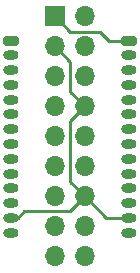
<source format=gbr>
%TF.GenerationSoftware,KiCad,Pcbnew,7.0.1*%
%TF.CreationDate,2023-04-02T13:10:04+09:00*%
%TF.ProjectId,joystick_gpio_input_1p_rasp_part,6a6f7973-7469-4636-9b5f-6770696f5f69,2*%
%TF.SameCoordinates,PX8841978PY69edb98*%
%TF.FileFunction,Copper,L2,Bot*%
%TF.FilePolarity,Positive*%
%FSLAX46Y46*%
G04 Gerber Fmt 4.6, Leading zero omitted, Abs format (unit mm)*
G04 Created by KiCad (PCBNEW 7.0.1) date 2023-04-02 13:10:04*
%MOMM*%
%LPD*%
G01*
G04 APERTURE LIST*
G04 Aperture macros list*
%AMRoundRect*
0 Rectangle with rounded corners*
0 $1 Rounding radius*
0 $2 $3 $4 $5 $6 $7 $8 $9 X,Y pos of 4 corners*
0 Add a 4 corners polygon primitive as box body*
4,1,4,$2,$3,$4,$5,$6,$7,$8,$9,$2,$3,0*
0 Add four circle primitives for the rounded corners*
1,1,$1+$1,$2,$3*
1,1,$1+$1,$4,$5*
1,1,$1+$1,$6,$7*
1,1,$1+$1,$8,$9*
0 Add four rect primitives between the rounded corners*
20,1,$1+$1,$2,$3,$4,$5,0*
20,1,$1+$1,$4,$5,$6,$7,0*
20,1,$1+$1,$6,$7,$8,$9,0*
20,1,$1+$1,$8,$9,$2,$3,0*%
G04 Aperture macros list end*
%TA.AperFunction,ComponentPad*%
%ADD10RoundRect,0.200000X-0.450000X0.200000X-0.450000X-0.200000X0.450000X-0.200000X0.450000X0.200000X0*%
%TD*%
%TA.AperFunction,ComponentPad*%
%ADD11O,1.300000X0.800000*%
%TD*%
%TA.AperFunction,ComponentPad*%
%ADD12R,1.700000X1.700000*%
%TD*%
%TA.AperFunction,ComponentPad*%
%ADD13O,1.700000X1.700000*%
%TD*%
%TA.AperFunction,Conductor*%
%ADD14C,0.250000*%
%TD*%
G04 APERTURE END LIST*
D10*
%TO.P,J8,1,Pin_1*%
%TO.N,/1P_UP*%
X10845800Y20055600D03*
D11*
%TO.P,J8,2,Pin_2*%
%TO.N,/1P_TL*%
X10845800Y18805600D03*
%TO.P,J8,3,Pin_3*%
%TO.N,/1P_X*%
X10845800Y17555600D03*
%TO.P,J8,4,Pin_4*%
%TO.N,/1P_DOWN*%
X10845800Y16305600D03*
%TO.P,J8,5,Pin_5*%
%TO.N,/1P_Y*%
X10845800Y15055600D03*
%TO.P,J8,6,Pin_6*%
%TO.N,/1P_LEFT*%
X10845800Y13805600D03*
%TO.P,J8,7,Pin_7*%
%TO.N,/1P_RIGHT*%
X10845800Y12555600D03*
%TO.P,J8,8,Pin_8*%
%TO.N,/1P_TR*%
X10845800Y11305600D03*
%TO.P,J8,9,Pin_9*%
%TO.N,/1P_B*%
X10845800Y10055600D03*
%TO.P,J8,10,Pin_10*%
%TO.N,/1P_START*%
X10845800Y8805600D03*
%TO.P,J8,11,Pin_11*%
%TO.N,/1P_SELECT*%
X10845800Y7555600D03*
%TO.P,J8,12,Pin_12*%
%TO.N,/1P_A*%
X10845800Y6305600D03*
%TO.P,J8,13,Pin_13*%
%TO.N,/1P_GND*%
X10845800Y5055600D03*
%TO.P,J8,14,Pin_14*%
%TO.N,/1P_HK*%
X10845800Y3805600D03*
%TD*%
D12*
%TO.P,J6,1,Pin_1*%
%TO.N,/1P_UP*%
X4592400Y22103000D03*
D13*
%TO.P,J6,2,Pin_2*%
%TO.N,/1P_TL*%
X7132400Y22103000D03*
%TO.P,J6,3,Pin_3*%
%TO.N,/1P_GND*%
X4592400Y19563000D03*
%TO.P,J6,4,Pin_4*%
%TO.N,/1P_X*%
X7132400Y19563000D03*
%TO.P,J6,5,Pin_5*%
%TO.N,/1P_DOWN*%
X4592400Y17023000D03*
%TO.P,J6,6,Pin_6*%
%TO.N,/1P_Y*%
X7132400Y17023000D03*
%TO.P,J6,7,Pin_7*%
%TO.N,/1P_LEFT*%
X4592400Y14483000D03*
%TO.P,J6,8,Pin_8*%
%TO.N,/1P_GND*%
X7132400Y14483000D03*
%TO.P,J6,9,Pin_9*%
%TO.N,/1P_RIGHT*%
X4592400Y11943000D03*
%TO.P,J6,10,Pin_10*%
%TO.N,/1P_TR*%
X7132400Y11943000D03*
%TO.P,J6,11,Pin_11*%
%TO.N,unconnected-(J6-Pin_11-Pad11)*%
X4592400Y9403000D03*
%TO.P,J6,12,Pin_12*%
%TO.N,/1P_B*%
X7132400Y9403000D03*
%TO.P,J6,13,Pin_13*%
%TO.N,/1P_START*%
X4592400Y6863000D03*
%TO.P,J6,14,Pin_14*%
%TO.N,/1P_GND*%
X7132400Y6863000D03*
%TO.P,J6,15,Pin_15*%
%TO.N,/1P_SELECT*%
X4592400Y4323000D03*
%TO.P,J6,16,Pin_16*%
%TO.N,/1P_A*%
X7132400Y4323000D03*
%TO.P,J6,17,Pin_17*%
%TO.N,/1P_HK*%
X4592400Y1783000D03*
%TO.P,J6,18,Pin_18*%
%TO.N,unconnected-(J6-Pin_18-Pad18)*%
X7132400Y1783000D03*
%TD*%
D10*
%TO.P,J10,1,Pin_1*%
%TO.N,/1P_UP*%
X863600Y20055600D03*
D11*
%TO.P,J10,2,Pin_2*%
%TO.N,/1P_TL*%
X863600Y18805600D03*
%TO.P,J10,3,Pin_3*%
%TO.N,/1P_X*%
X863600Y17555600D03*
%TO.P,J10,4,Pin_4*%
%TO.N,/1P_DOWN*%
X863600Y16305600D03*
%TO.P,J10,5,Pin_5*%
%TO.N,/1P_Y*%
X863600Y15055600D03*
%TO.P,J10,6,Pin_6*%
%TO.N,/1P_LEFT*%
X863600Y13805600D03*
%TO.P,J10,7,Pin_7*%
%TO.N,/1P_RIGHT*%
X863600Y12555600D03*
%TO.P,J10,8,Pin_8*%
%TO.N,/1P_TR*%
X863600Y11305600D03*
%TO.P,J10,9,Pin_9*%
%TO.N,/1P_B*%
X863600Y10055600D03*
%TO.P,J10,10,Pin_10*%
%TO.N,/1P_START*%
X863600Y8805600D03*
%TO.P,J10,11,Pin_11*%
%TO.N,/1P_SELECT*%
X863600Y7555600D03*
%TO.P,J10,12,Pin_12*%
%TO.N,/1P_A*%
X863600Y6305600D03*
%TO.P,J10,13,Pin_13*%
%TO.N,/1P_GND*%
X863600Y5055600D03*
%TO.P,J10,14,Pin_14*%
%TO.N,/1P_HK*%
X863600Y3805600D03*
%TD*%
D14*
%TO.N,/1P_UP*%
X10845800Y20055600D02*
X9154400Y20055600D01*
X8392400Y20817600D02*
X5877800Y20817600D01*
X5877800Y20817600D02*
X4592400Y22103000D01*
X9154400Y20055600D02*
X8392400Y20817600D01*
%TO.N,/1P_GND*%
X8939800Y5055600D02*
X10845800Y5055600D01*
X4592400Y19563000D02*
X5867400Y18288000D01*
X5862400Y5593000D02*
X7132400Y6863000D01*
X7132400Y6863000D02*
X8939800Y5055600D01*
X5867400Y18288000D02*
X5867400Y15748000D01*
X863600Y5055600D02*
X1418400Y5055600D01*
X1418400Y5055600D02*
X1955800Y5593000D01*
X5867400Y8128000D02*
X7132400Y6863000D01*
X5867400Y13218000D02*
X5867400Y8128000D01*
X1955800Y5593000D02*
X5862400Y5593000D01*
X7132400Y14483000D02*
X5867400Y13218000D01*
X5867400Y15748000D02*
X7132400Y14483000D01*
%TD*%
M02*

</source>
